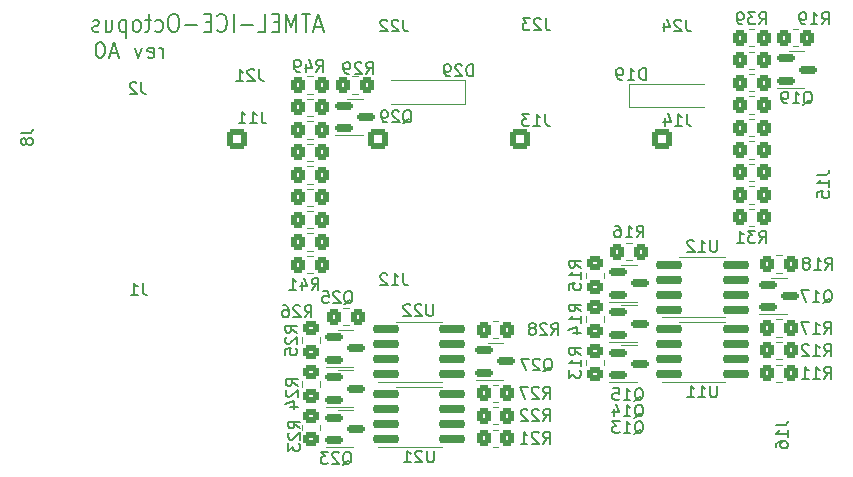
<source format=gbr>
G04 #@! TF.GenerationSoftware,KiCad,Pcbnew,(6.0.0-0)*
G04 #@! TF.CreationDate,2022-01-14T20:36:58+01:00*
G04 #@! TF.ProjectId,ATMEL-ICE-Octopus,41544d45-4c2d-4494-9345-2d4f63746f70,rev?*
G04 #@! TF.SameCoordinates,Original*
G04 #@! TF.FileFunction,Legend,Bot*
G04 #@! TF.FilePolarity,Positive*
%FSLAX46Y46*%
G04 Gerber Fmt 4.6, Leading zero omitted, Abs format (unit mm)*
G04 Created by KiCad (PCBNEW (6.0.0-0)) date 2022-01-14 20:36:58*
%MOMM*%
%LPD*%
G01*
G04 APERTURE LIST*
G04 Aperture macros list*
%AMRoundRect*
0 Rectangle with rounded corners*
0 $1 Rounding radius*
0 $2 $3 $4 $5 $6 $7 $8 $9 X,Y pos of 4 corners*
0 Add a 4 corners polygon primitive as box body*
4,1,4,$2,$3,$4,$5,$6,$7,$8,$9,$2,$3,0*
0 Add four circle primitives for the rounded corners*
1,1,$1+$1,$2,$3*
1,1,$1+$1,$4,$5*
1,1,$1+$1,$6,$7*
1,1,$1+$1,$8,$9*
0 Add four rect primitives between the rounded corners*
20,1,$1+$1,$2,$3,$4,$5,0*
20,1,$1+$1,$4,$5,$6,$7,0*
20,1,$1+$1,$6,$7,$8,$9,0*
20,1,$1+$1,$8,$9,$2,$3,0*%
G04 Aperture macros list end*
%ADD10C,0.180000*%
%ADD11C,0.200000*%
%ADD12C,0.150000*%
%ADD13C,0.120000*%
%ADD14R,1.700000X1.700000*%
%ADD15O,1.700000X1.700000*%
%ADD16R,1.000000X1.000000*%
%ADD17O,1.000000X1.000000*%
%ADD18RoundRect,0.250000X-0.600000X-0.600000X0.600000X-0.600000X0.600000X0.600000X-0.600000X0.600000X0*%
%ADD19C,1.700000*%
%ADD20RoundRect,0.250000X-0.350000X-0.450000X0.350000X-0.450000X0.350000X0.450000X-0.350000X0.450000X0*%
%ADD21RoundRect,0.150000X-0.975000X-0.150000X0.975000X-0.150000X0.975000X0.150000X-0.975000X0.150000X0*%
%ADD22RoundRect,0.150000X-0.587500X-0.150000X0.587500X-0.150000X0.587500X0.150000X-0.587500X0.150000X0*%
%ADD23RoundRect,0.250000X-0.450000X0.350000X-0.450000X-0.350000X0.450000X-0.350000X0.450000X0.350000X0*%
%ADD24R,2.300000X1.700000*%
%ADD25RoundRect,0.250000X0.350000X0.450000X-0.350000X0.450000X-0.350000X-0.450000X0.350000X-0.450000X0*%
G04 APERTURE END LIST*
D10*
X103759857Y-84588095D02*
X103759857Y-83721428D01*
X103759857Y-83969047D02*
X103697952Y-83845238D01*
X103636047Y-83783333D01*
X103512238Y-83721428D01*
X103388428Y-83721428D01*
X102459857Y-84526190D02*
X102583666Y-84588095D01*
X102831285Y-84588095D01*
X102955095Y-84526190D01*
X103017000Y-84402380D01*
X103017000Y-83907142D01*
X102955095Y-83783333D01*
X102831285Y-83721428D01*
X102583666Y-83721428D01*
X102459857Y-83783333D01*
X102397952Y-83907142D01*
X102397952Y-84030952D01*
X103017000Y-84154761D01*
X101964619Y-83721428D02*
X101655095Y-84588095D01*
X101345571Y-83721428D01*
X99921761Y-84216666D02*
X99302714Y-84216666D01*
X100045571Y-84588095D02*
X99612238Y-83288095D01*
X99178904Y-84588095D01*
X98497952Y-83288095D02*
X98374142Y-83288095D01*
X98250333Y-83350000D01*
X98188428Y-83411904D01*
X98126523Y-83535714D01*
X98064619Y-83783333D01*
X98064619Y-84092857D01*
X98126523Y-84340476D01*
X98188428Y-84464285D01*
X98250333Y-84526190D01*
X98374142Y-84588095D01*
X98497952Y-84588095D01*
X98621761Y-84526190D01*
X98683666Y-84464285D01*
X98745571Y-84340476D01*
X98807476Y-84092857D01*
X98807476Y-83783333D01*
X98745571Y-83535714D01*
X98683666Y-83411904D01*
X98621761Y-83350000D01*
X98497952Y-83288095D01*
D11*
X117222380Y-81950000D02*
X116603333Y-81950000D01*
X117346190Y-82378571D02*
X116912857Y-80878571D01*
X116479523Y-82378571D01*
X116231904Y-80878571D02*
X115489047Y-80878571D01*
X115860476Y-82378571D02*
X115860476Y-80878571D01*
X115055714Y-82378571D02*
X115055714Y-80878571D01*
X114622380Y-81950000D01*
X114189047Y-80878571D01*
X114189047Y-82378571D01*
X113570000Y-81592857D02*
X113136666Y-81592857D01*
X112950952Y-82378571D02*
X113570000Y-82378571D01*
X113570000Y-80878571D01*
X112950952Y-80878571D01*
X111774761Y-82378571D02*
X112393809Y-82378571D01*
X112393809Y-80878571D01*
X111341428Y-81807142D02*
X110350952Y-81807142D01*
X109731904Y-82378571D02*
X109731904Y-80878571D01*
X108370000Y-82235714D02*
X108431904Y-82307142D01*
X108617619Y-82378571D01*
X108741428Y-82378571D01*
X108927142Y-82307142D01*
X109050952Y-82164285D01*
X109112857Y-82021428D01*
X109174761Y-81735714D01*
X109174761Y-81521428D01*
X109112857Y-81235714D01*
X109050952Y-81092857D01*
X108927142Y-80950000D01*
X108741428Y-80878571D01*
X108617619Y-80878571D01*
X108431904Y-80950000D01*
X108370000Y-81021428D01*
X107812857Y-81592857D02*
X107379523Y-81592857D01*
X107193809Y-82378571D02*
X107812857Y-82378571D01*
X107812857Y-80878571D01*
X107193809Y-80878571D01*
X106636666Y-81807142D02*
X105646190Y-81807142D01*
X104779523Y-80878571D02*
X104531904Y-80878571D01*
X104408095Y-80950000D01*
X104284285Y-81092857D01*
X104222380Y-81378571D01*
X104222380Y-81878571D01*
X104284285Y-82164285D01*
X104408095Y-82307142D01*
X104531904Y-82378571D01*
X104779523Y-82378571D01*
X104903333Y-82307142D01*
X105027142Y-82164285D01*
X105089047Y-81878571D01*
X105089047Y-81378571D01*
X105027142Y-81092857D01*
X104903333Y-80950000D01*
X104779523Y-80878571D01*
X103108095Y-82307142D02*
X103231904Y-82378571D01*
X103479523Y-82378571D01*
X103603333Y-82307142D01*
X103665238Y-82235714D01*
X103727142Y-82092857D01*
X103727142Y-81664285D01*
X103665238Y-81521428D01*
X103603333Y-81450000D01*
X103479523Y-81378571D01*
X103231904Y-81378571D01*
X103108095Y-81450000D01*
X102736666Y-81378571D02*
X102241428Y-81378571D01*
X102550952Y-80878571D02*
X102550952Y-82164285D01*
X102489047Y-82307142D01*
X102365238Y-82378571D01*
X102241428Y-82378571D01*
X101622380Y-82378571D02*
X101746190Y-82307142D01*
X101808095Y-82235714D01*
X101870000Y-82092857D01*
X101870000Y-81664285D01*
X101808095Y-81521428D01*
X101746190Y-81450000D01*
X101622380Y-81378571D01*
X101436666Y-81378571D01*
X101312857Y-81450000D01*
X101250952Y-81521428D01*
X101189047Y-81664285D01*
X101189047Y-82092857D01*
X101250952Y-82235714D01*
X101312857Y-82307142D01*
X101436666Y-82378571D01*
X101622380Y-82378571D01*
X100631904Y-81378571D02*
X100631904Y-82878571D01*
X100631904Y-81450000D02*
X100508095Y-81378571D01*
X100260476Y-81378571D01*
X100136666Y-81450000D01*
X100074761Y-81521428D01*
X100012857Y-81664285D01*
X100012857Y-82092857D01*
X100074761Y-82235714D01*
X100136666Y-82307142D01*
X100260476Y-82378571D01*
X100508095Y-82378571D01*
X100631904Y-82307142D01*
X98898571Y-81378571D02*
X98898571Y-82378571D01*
X99455714Y-81378571D02*
X99455714Y-82164285D01*
X99393809Y-82307142D01*
X99270000Y-82378571D01*
X99084285Y-82378571D01*
X98960476Y-82307142D01*
X98898571Y-82235714D01*
X98341428Y-82307142D02*
X98217619Y-82378571D01*
X97970000Y-82378571D01*
X97846190Y-82307142D01*
X97784285Y-82164285D01*
X97784285Y-82092857D01*
X97846190Y-81950000D01*
X97970000Y-81878571D01*
X98155714Y-81878571D01*
X98279523Y-81807142D01*
X98341428Y-81664285D01*
X98341428Y-81592857D01*
X98279523Y-81450000D01*
X98155714Y-81378571D01*
X97970000Y-81378571D01*
X97846190Y-81450000D01*
D12*
G04 #@! TO.C,J1*
X102033333Y-103652380D02*
X102033333Y-104366666D01*
X102080952Y-104509523D01*
X102176190Y-104604761D01*
X102319047Y-104652380D01*
X102414285Y-104652380D01*
X101033333Y-104652380D02*
X101604761Y-104652380D01*
X101319047Y-104652380D02*
X101319047Y-103652380D01*
X101414285Y-103795238D01*
X101509523Y-103890476D01*
X101604761Y-103938095D01*
G04 #@! TO.C,J12*
X124109523Y-102852380D02*
X124109523Y-103566666D01*
X124157142Y-103709523D01*
X124252380Y-103804761D01*
X124395238Y-103852380D01*
X124490476Y-103852380D01*
X123109523Y-103852380D02*
X123680952Y-103852380D01*
X123395238Y-103852380D02*
X123395238Y-102852380D01*
X123490476Y-102995238D01*
X123585714Y-103090476D01*
X123680952Y-103138095D01*
X122728571Y-102947619D02*
X122680952Y-102900000D01*
X122585714Y-102852380D01*
X122347619Y-102852380D01*
X122252380Y-102900000D01*
X122204761Y-102947619D01*
X122157142Y-103042857D01*
X122157142Y-103138095D01*
X122204761Y-103280952D01*
X122776190Y-103852380D01*
X122157142Y-103852380D01*
G04 #@! TO.C,J8*
X91752380Y-90966666D02*
X92466666Y-90966666D01*
X92609523Y-90919047D01*
X92704761Y-90823809D01*
X92752380Y-90680952D01*
X92752380Y-90585714D01*
X92180952Y-91585714D02*
X92133333Y-91490476D01*
X92085714Y-91442857D01*
X91990476Y-91395238D01*
X91942857Y-91395238D01*
X91847619Y-91442857D01*
X91800000Y-91490476D01*
X91752380Y-91585714D01*
X91752380Y-91776190D01*
X91800000Y-91871428D01*
X91847619Y-91919047D01*
X91942857Y-91966666D01*
X91990476Y-91966666D01*
X92085714Y-91919047D01*
X92133333Y-91871428D01*
X92180952Y-91776190D01*
X92180952Y-91585714D01*
X92228571Y-91490476D01*
X92276190Y-91442857D01*
X92371428Y-91395238D01*
X92561904Y-91395238D01*
X92657142Y-91442857D01*
X92704761Y-91490476D01*
X92752380Y-91585714D01*
X92752380Y-91776190D01*
X92704761Y-91871428D01*
X92657142Y-91919047D01*
X92561904Y-91966666D01*
X92371428Y-91966666D01*
X92276190Y-91919047D01*
X92228571Y-91871428D01*
X92180952Y-91776190D01*
G04 #@! TO.C,J16*
X155652380Y-115690476D02*
X156366666Y-115690476D01*
X156509523Y-115642857D01*
X156604761Y-115547619D01*
X156652380Y-115404761D01*
X156652380Y-115309523D01*
X156652380Y-116690476D02*
X156652380Y-116119047D01*
X156652380Y-116404761D02*
X155652380Y-116404761D01*
X155795238Y-116309523D01*
X155890476Y-116214285D01*
X155938095Y-116119047D01*
X155652380Y-117547619D02*
X155652380Y-117357142D01*
X155700000Y-117261904D01*
X155747619Y-117214285D01*
X155890476Y-117119047D01*
X156080952Y-117071428D01*
X156461904Y-117071428D01*
X156557142Y-117119047D01*
X156604761Y-117166666D01*
X156652380Y-117261904D01*
X156652380Y-117452380D01*
X156604761Y-117547619D01*
X156557142Y-117595238D01*
X156461904Y-117642857D01*
X156223809Y-117642857D01*
X156128571Y-117595238D01*
X156080952Y-117547619D01*
X156033333Y-117452380D01*
X156033333Y-117261904D01*
X156080952Y-117166666D01*
X156128571Y-117119047D01*
X156223809Y-117071428D01*
G04 #@! TO.C,J21*
X111909523Y-85552380D02*
X111909523Y-86266666D01*
X111957142Y-86409523D01*
X112052380Y-86504761D01*
X112195238Y-86552380D01*
X112290476Y-86552380D01*
X111480952Y-85647619D02*
X111433333Y-85600000D01*
X111338095Y-85552380D01*
X111100000Y-85552380D01*
X111004761Y-85600000D01*
X110957142Y-85647619D01*
X110909523Y-85742857D01*
X110909523Y-85838095D01*
X110957142Y-85980952D01*
X111528571Y-86552380D01*
X110909523Y-86552380D01*
X109957142Y-86552380D02*
X110528571Y-86552380D01*
X110242857Y-86552380D02*
X110242857Y-85552380D01*
X110338095Y-85695238D01*
X110433333Y-85790476D01*
X110528571Y-85838095D01*
G04 #@! TO.C,J2*
X101933333Y-86652380D02*
X101933333Y-87366666D01*
X101980952Y-87509523D01*
X102076190Y-87604761D01*
X102219047Y-87652380D01*
X102314285Y-87652380D01*
X101504761Y-86747619D02*
X101457142Y-86700000D01*
X101361904Y-86652380D01*
X101123809Y-86652380D01*
X101028571Y-86700000D01*
X100980952Y-86747619D01*
X100933333Y-86842857D01*
X100933333Y-86938095D01*
X100980952Y-87080952D01*
X101552380Y-87652380D01*
X100933333Y-87652380D01*
G04 #@! TO.C,J14*
X148109523Y-89352380D02*
X148109523Y-90066666D01*
X148157142Y-90209523D01*
X148252380Y-90304761D01*
X148395238Y-90352380D01*
X148490476Y-90352380D01*
X147109523Y-90352380D02*
X147680952Y-90352380D01*
X147395238Y-90352380D02*
X147395238Y-89352380D01*
X147490476Y-89495238D01*
X147585714Y-89590476D01*
X147680952Y-89638095D01*
X146252380Y-89685714D02*
X146252380Y-90352380D01*
X146490476Y-89304761D02*
X146728571Y-90019047D01*
X146109523Y-90019047D01*
G04 #@! TO.C,J11*
X112109523Y-89152380D02*
X112109523Y-89866666D01*
X112157142Y-90009523D01*
X112252380Y-90104761D01*
X112395238Y-90152380D01*
X112490476Y-90152380D01*
X111109523Y-90152380D02*
X111680952Y-90152380D01*
X111395238Y-90152380D02*
X111395238Y-89152380D01*
X111490476Y-89295238D01*
X111585714Y-89390476D01*
X111680952Y-89438095D01*
X110157142Y-90152380D02*
X110728571Y-90152380D01*
X110442857Y-90152380D02*
X110442857Y-89152380D01*
X110538095Y-89295238D01*
X110633333Y-89390476D01*
X110728571Y-89438095D01*
G04 #@! TO.C,J23*
X136149523Y-81252380D02*
X136149523Y-81966666D01*
X136197142Y-82109523D01*
X136292380Y-82204761D01*
X136435238Y-82252380D01*
X136530476Y-82252380D01*
X135720952Y-81347619D02*
X135673333Y-81300000D01*
X135578095Y-81252380D01*
X135340000Y-81252380D01*
X135244761Y-81300000D01*
X135197142Y-81347619D01*
X135149523Y-81442857D01*
X135149523Y-81538095D01*
X135197142Y-81680952D01*
X135768571Y-82252380D01*
X135149523Y-82252380D01*
X134816190Y-81252380D02*
X134197142Y-81252380D01*
X134530476Y-81633333D01*
X134387619Y-81633333D01*
X134292380Y-81680952D01*
X134244761Y-81728571D01*
X134197142Y-81823809D01*
X134197142Y-82061904D01*
X134244761Y-82157142D01*
X134292380Y-82204761D01*
X134387619Y-82252380D01*
X134673333Y-82252380D01*
X134768571Y-82204761D01*
X134816190Y-82157142D01*
G04 #@! TO.C,J13*
X136109523Y-89352380D02*
X136109523Y-90066666D01*
X136157142Y-90209523D01*
X136252380Y-90304761D01*
X136395238Y-90352380D01*
X136490476Y-90352380D01*
X135109523Y-90352380D02*
X135680952Y-90352380D01*
X135395238Y-90352380D02*
X135395238Y-89352380D01*
X135490476Y-89495238D01*
X135585714Y-89590476D01*
X135680952Y-89638095D01*
X134776190Y-89352380D02*
X134157142Y-89352380D01*
X134490476Y-89733333D01*
X134347619Y-89733333D01*
X134252380Y-89780952D01*
X134204761Y-89828571D01*
X134157142Y-89923809D01*
X134157142Y-90161904D01*
X134204761Y-90257142D01*
X134252380Y-90304761D01*
X134347619Y-90352380D01*
X134633333Y-90352380D01*
X134728571Y-90304761D01*
X134776190Y-90257142D01*
G04 #@! TO.C,J15*
X159152380Y-94490476D02*
X159866666Y-94490476D01*
X160009523Y-94442857D01*
X160104761Y-94347619D01*
X160152380Y-94204761D01*
X160152380Y-94109523D01*
X160152380Y-95490476D02*
X160152380Y-94919047D01*
X160152380Y-95204761D02*
X159152380Y-95204761D01*
X159295238Y-95109523D01*
X159390476Y-95014285D01*
X159438095Y-94919047D01*
X159152380Y-96395238D02*
X159152380Y-95919047D01*
X159628571Y-95871428D01*
X159580952Y-95919047D01*
X159533333Y-96014285D01*
X159533333Y-96252380D01*
X159580952Y-96347619D01*
X159628571Y-96395238D01*
X159723809Y-96442857D01*
X159961904Y-96442857D01*
X160057142Y-96395238D01*
X160104761Y-96347619D01*
X160152380Y-96252380D01*
X160152380Y-96014285D01*
X160104761Y-95919047D01*
X160057142Y-95871428D01*
G04 #@! TO.C,J24*
X148049523Y-81352380D02*
X148049523Y-82066666D01*
X148097142Y-82209523D01*
X148192380Y-82304761D01*
X148335238Y-82352380D01*
X148430476Y-82352380D01*
X147620952Y-81447619D02*
X147573333Y-81400000D01*
X147478095Y-81352380D01*
X147240000Y-81352380D01*
X147144761Y-81400000D01*
X147097142Y-81447619D01*
X147049523Y-81542857D01*
X147049523Y-81638095D01*
X147097142Y-81780952D01*
X147668571Y-82352380D01*
X147049523Y-82352380D01*
X146192380Y-81685714D02*
X146192380Y-82352380D01*
X146430476Y-81304761D02*
X146668571Y-82019047D01*
X146049523Y-82019047D01*
G04 #@! TO.C,J22*
X124109523Y-81352380D02*
X124109523Y-82066666D01*
X124157142Y-82209523D01*
X124252380Y-82304761D01*
X124395238Y-82352380D01*
X124490476Y-82352380D01*
X123680952Y-81447619D02*
X123633333Y-81400000D01*
X123538095Y-81352380D01*
X123300000Y-81352380D01*
X123204761Y-81400000D01*
X123157142Y-81447619D01*
X123109523Y-81542857D01*
X123109523Y-81638095D01*
X123157142Y-81780952D01*
X123728571Y-82352380D01*
X123109523Y-82352380D01*
X122728571Y-81447619D02*
X122680952Y-81400000D01*
X122585714Y-81352380D01*
X122347619Y-81352380D01*
X122252380Y-81400000D01*
X122204761Y-81447619D01*
X122157142Y-81542857D01*
X122157142Y-81638095D01*
X122204761Y-81780952D01*
X122776190Y-82352380D01*
X122157142Y-82352380D01*
G04 #@! TO.C,U12*
X150663095Y-100017380D02*
X150663095Y-100826904D01*
X150615476Y-100922142D01*
X150567857Y-100969761D01*
X150472619Y-101017380D01*
X150282142Y-101017380D01*
X150186904Y-100969761D01*
X150139285Y-100922142D01*
X150091666Y-100826904D01*
X150091666Y-100017380D01*
X149091666Y-101017380D02*
X149663095Y-101017380D01*
X149377380Y-101017380D02*
X149377380Y-100017380D01*
X149472619Y-100160238D01*
X149567857Y-100255476D01*
X149663095Y-100303095D01*
X148710714Y-100112619D02*
X148663095Y-100065000D01*
X148567857Y-100017380D01*
X148329761Y-100017380D01*
X148234523Y-100065000D01*
X148186904Y-100112619D01*
X148139285Y-100207857D01*
X148139285Y-100303095D01*
X148186904Y-100445952D01*
X148758333Y-101017380D01*
X148139285Y-101017380D01*
G04 #@! TO.C,R18*
X159842857Y-102517380D02*
X160176190Y-102041190D01*
X160414285Y-102517380D02*
X160414285Y-101517380D01*
X160033333Y-101517380D01*
X159938095Y-101565000D01*
X159890476Y-101612619D01*
X159842857Y-101707857D01*
X159842857Y-101850714D01*
X159890476Y-101945952D01*
X159938095Y-101993571D01*
X160033333Y-102041190D01*
X160414285Y-102041190D01*
X158890476Y-102517380D02*
X159461904Y-102517380D01*
X159176190Y-102517380D02*
X159176190Y-101517380D01*
X159271428Y-101660238D01*
X159366666Y-101755476D01*
X159461904Y-101803095D01*
X158319047Y-101945952D02*
X158414285Y-101898333D01*
X158461904Y-101850714D01*
X158509523Y-101755476D01*
X158509523Y-101707857D01*
X158461904Y-101612619D01*
X158414285Y-101565000D01*
X158319047Y-101517380D01*
X158128571Y-101517380D01*
X158033333Y-101565000D01*
X157985714Y-101612619D01*
X157938095Y-101707857D01*
X157938095Y-101755476D01*
X157985714Y-101850714D01*
X158033333Y-101898333D01*
X158128571Y-101945952D01*
X158319047Y-101945952D01*
X158414285Y-101993571D01*
X158461904Y-102041190D01*
X158509523Y-102136428D01*
X158509523Y-102326904D01*
X158461904Y-102422142D01*
X158414285Y-102469761D01*
X158319047Y-102517380D01*
X158128571Y-102517380D01*
X158033333Y-102469761D01*
X157985714Y-102422142D01*
X157938095Y-102326904D01*
X157938095Y-102136428D01*
X157985714Y-102041190D01*
X158033333Y-101993571D01*
X158128571Y-101945952D01*
G04 #@! TO.C,R21*
X135942857Y-117252380D02*
X136276190Y-116776190D01*
X136514285Y-117252380D02*
X136514285Y-116252380D01*
X136133333Y-116252380D01*
X136038095Y-116300000D01*
X135990476Y-116347619D01*
X135942857Y-116442857D01*
X135942857Y-116585714D01*
X135990476Y-116680952D01*
X136038095Y-116728571D01*
X136133333Y-116776190D01*
X136514285Y-116776190D01*
X135561904Y-116347619D02*
X135514285Y-116300000D01*
X135419047Y-116252380D01*
X135180952Y-116252380D01*
X135085714Y-116300000D01*
X135038095Y-116347619D01*
X134990476Y-116442857D01*
X134990476Y-116538095D01*
X135038095Y-116680952D01*
X135609523Y-117252380D01*
X134990476Y-117252380D01*
X134038095Y-117252380D02*
X134609523Y-117252380D01*
X134323809Y-117252380D02*
X134323809Y-116252380D01*
X134419047Y-116395238D01*
X134514285Y-116490476D01*
X134609523Y-116538095D01*
G04 #@! TO.C,R17*
X159742857Y-107952380D02*
X160076190Y-107476190D01*
X160314285Y-107952380D02*
X160314285Y-106952380D01*
X159933333Y-106952380D01*
X159838095Y-107000000D01*
X159790476Y-107047619D01*
X159742857Y-107142857D01*
X159742857Y-107285714D01*
X159790476Y-107380952D01*
X159838095Y-107428571D01*
X159933333Y-107476190D01*
X160314285Y-107476190D01*
X158790476Y-107952380D02*
X159361904Y-107952380D01*
X159076190Y-107952380D02*
X159076190Y-106952380D01*
X159171428Y-107095238D01*
X159266666Y-107190476D01*
X159361904Y-107238095D01*
X158457142Y-106952380D02*
X157790476Y-106952380D01*
X158219047Y-107952380D01*
G04 #@! TO.C,Q13*
X143671428Y-116447619D02*
X143766666Y-116400000D01*
X143861904Y-116304761D01*
X144004761Y-116161904D01*
X144100000Y-116114285D01*
X144195238Y-116114285D01*
X144147619Y-116352380D02*
X144242857Y-116304761D01*
X144338095Y-116209523D01*
X144385714Y-116019047D01*
X144385714Y-115685714D01*
X144338095Y-115495238D01*
X144242857Y-115400000D01*
X144147619Y-115352380D01*
X143957142Y-115352380D01*
X143861904Y-115400000D01*
X143766666Y-115495238D01*
X143719047Y-115685714D01*
X143719047Y-116019047D01*
X143766666Y-116209523D01*
X143861904Y-116304761D01*
X143957142Y-116352380D01*
X144147619Y-116352380D01*
X142766666Y-116352380D02*
X143338095Y-116352380D01*
X143052380Y-116352380D02*
X143052380Y-115352380D01*
X143147619Y-115495238D01*
X143242857Y-115590476D01*
X143338095Y-115638095D01*
X142433333Y-115352380D02*
X141814285Y-115352380D01*
X142147619Y-115733333D01*
X142004761Y-115733333D01*
X141909523Y-115780952D01*
X141861904Y-115828571D01*
X141814285Y-115923809D01*
X141814285Y-116161904D01*
X141861904Y-116257142D01*
X141909523Y-116304761D01*
X142004761Y-116352380D01*
X142290476Y-116352380D01*
X142385714Y-116304761D01*
X142433333Y-116257142D01*
G04 #@! TO.C,R24*
X115152380Y-112357142D02*
X114676190Y-112023809D01*
X115152380Y-111785714D02*
X114152380Y-111785714D01*
X114152380Y-112166666D01*
X114200000Y-112261904D01*
X114247619Y-112309523D01*
X114342857Y-112357142D01*
X114485714Y-112357142D01*
X114580952Y-112309523D01*
X114628571Y-112261904D01*
X114676190Y-112166666D01*
X114676190Y-111785714D01*
X114247619Y-112738095D02*
X114200000Y-112785714D01*
X114152380Y-112880952D01*
X114152380Y-113119047D01*
X114200000Y-113214285D01*
X114247619Y-113261904D01*
X114342857Y-113309523D01*
X114438095Y-113309523D01*
X114580952Y-113261904D01*
X115152380Y-112690476D01*
X115152380Y-113309523D01*
X114485714Y-114166666D02*
X115152380Y-114166666D01*
X114104761Y-113928571D02*
X114819047Y-113690476D01*
X114819047Y-114309523D01*
G04 #@! TO.C,R39*
X154242857Y-81752380D02*
X154576190Y-81276190D01*
X154814285Y-81752380D02*
X154814285Y-80752380D01*
X154433333Y-80752380D01*
X154338095Y-80800000D01*
X154290476Y-80847619D01*
X154242857Y-80942857D01*
X154242857Y-81085714D01*
X154290476Y-81180952D01*
X154338095Y-81228571D01*
X154433333Y-81276190D01*
X154814285Y-81276190D01*
X153909523Y-80752380D02*
X153290476Y-80752380D01*
X153623809Y-81133333D01*
X153480952Y-81133333D01*
X153385714Y-81180952D01*
X153338095Y-81228571D01*
X153290476Y-81323809D01*
X153290476Y-81561904D01*
X153338095Y-81657142D01*
X153385714Y-81704761D01*
X153480952Y-81752380D01*
X153766666Y-81752380D01*
X153861904Y-81704761D01*
X153909523Y-81657142D01*
X152814285Y-81752380D02*
X152623809Y-81752380D01*
X152528571Y-81704761D01*
X152480952Y-81657142D01*
X152385714Y-81514285D01*
X152338095Y-81323809D01*
X152338095Y-80942857D01*
X152385714Y-80847619D01*
X152433333Y-80800000D01*
X152528571Y-80752380D01*
X152719047Y-80752380D01*
X152814285Y-80800000D01*
X152861904Y-80847619D01*
X152909523Y-80942857D01*
X152909523Y-81180952D01*
X152861904Y-81276190D01*
X152814285Y-81323809D01*
X152719047Y-81371428D01*
X152528571Y-81371428D01*
X152433333Y-81323809D01*
X152385714Y-81276190D01*
X152338095Y-81180952D01*
G04 #@! TO.C,Q17*
X159671428Y-105347619D02*
X159766666Y-105300000D01*
X159861904Y-105204761D01*
X160004761Y-105061904D01*
X160100000Y-105014285D01*
X160195238Y-105014285D01*
X160147619Y-105252380D02*
X160242857Y-105204761D01*
X160338095Y-105109523D01*
X160385714Y-104919047D01*
X160385714Y-104585714D01*
X160338095Y-104395238D01*
X160242857Y-104300000D01*
X160147619Y-104252380D01*
X159957142Y-104252380D01*
X159861904Y-104300000D01*
X159766666Y-104395238D01*
X159719047Y-104585714D01*
X159719047Y-104919047D01*
X159766666Y-105109523D01*
X159861904Y-105204761D01*
X159957142Y-105252380D01*
X160147619Y-105252380D01*
X158766666Y-105252380D02*
X159338095Y-105252380D01*
X159052380Y-105252380D02*
X159052380Y-104252380D01*
X159147619Y-104395238D01*
X159242857Y-104490476D01*
X159338095Y-104538095D01*
X158433333Y-104252380D02*
X157766666Y-104252380D01*
X158195238Y-105252380D01*
G04 #@! TO.C,D29*
X130014285Y-86152380D02*
X130014285Y-85152380D01*
X129776190Y-85152380D01*
X129633333Y-85200000D01*
X129538095Y-85295238D01*
X129490476Y-85390476D01*
X129442857Y-85580952D01*
X129442857Y-85723809D01*
X129490476Y-85914285D01*
X129538095Y-86009523D01*
X129633333Y-86104761D01*
X129776190Y-86152380D01*
X130014285Y-86152380D01*
X129061904Y-85247619D02*
X129014285Y-85200000D01*
X128919047Y-85152380D01*
X128680952Y-85152380D01*
X128585714Y-85200000D01*
X128538095Y-85247619D01*
X128490476Y-85342857D01*
X128490476Y-85438095D01*
X128538095Y-85580952D01*
X129109523Y-86152380D01*
X128490476Y-86152380D01*
X128014285Y-86152380D02*
X127823809Y-86152380D01*
X127728571Y-86104761D01*
X127680952Y-86057142D01*
X127585714Y-85914285D01*
X127538095Y-85723809D01*
X127538095Y-85342857D01*
X127585714Y-85247619D01*
X127633333Y-85200000D01*
X127728571Y-85152380D01*
X127919047Y-85152380D01*
X128014285Y-85200000D01*
X128061904Y-85247619D01*
X128109523Y-85342857D01*
X128109523Y-85580952D01*
X128061904Y-85676190D01*
X128014285Y-85723809D01*
X127919047Y-85771428D01*
X127728571Y-85771428D01*
X127633333Y-85723809D01*
X127585714Y-85676190D01*
X127538095Y-85580952D01*
G04 #@! TO.C,R25*
X115102380Y-107857142D02*
X114626190Y-107523809D01*
X115102380Y-107285714D02*
X114102380Y-107285714D01*
X114102380Y-107666666D01*
X114150000Y-107761904D01*
X114197619Y-107809523D01*
X114292857Y-107857142D01*
X114435714Y-107857142D01*
X114530952Y-107809523D01*
X114578571Y-107761904D01*
X114626190Y-107666666D01*
X114626190Y-107285714D01*
X114197619Y-108238095D02*
X114150000Y-108285714D01*
X114102380Y-108380952D01*
X114102380Y-108619047D01*
X114150000Y-108714285D01*
X114197619Y-108761904D01*
X114292857Y-108809523D01*
X114388095Y-108809523D01*
X114530952Y-108761904D01*
X115102380Y-108190476D01*
X115102380Y-108809523D01*
X114102380Y-109714285D02*
X114102380Y-109238095D01*
X114578571Y-109190476D01*
X114530952Y-109238095D01*
X114483333Y-109333333D01*
X114483333Y-109571428D01*
X114530952Y-109666666D01*
X114578571Y-109714285D01*
X114673809Y-109761904D01*
X114911904Y-109761904D01*
X115007142Y-109714285D01*
X115054761Y-109666666D01*
X115102380Y-109571428D01*
X115102380Y-109333333D01*
X115054761Y-109238095D01*
X115007142Y-109190476D01*
G04 #@! TO.C,R29*
X120942857Y-85952380D02*
X121276190Y-85476190D01*
X121514285Y-85952380D02*
X121514285Y-84952380D01*
X121133333Y-84952380D01*
X121038095Y-85000000D01*
X120990476Y-85047619D01*
X120942857Y-85142857D01*
X120942857Y-85285714D01*
X120990476Y-85380952D01*
X121038095Y-85428571D01*
X121133333Y-85476190D01*
X121514285Y-85476190D01*
X120561904Y-85047619D02*
X120514285Y-85000000D01*
X120419047Y-84952380D01*
X120180952Y-84952380D01*
X120085714Y-85000000D01*
X120038095Y-85047619D01*
X119990476Y-85142857D01*
X119990476Y-85238095D01*
X120038095Y-85380952D01*
X120609523Y-85952380D01*
X119990476Y-85952380D01*
X119514285Y-85952380D02*
X119323809Y-85952380D01*
X119228571Y-85904761D01*
X119180952Y-85857142D01*
X119085714Y-85714285D01*
X119038095Y-85523809D01*
X119038095Y-85142857D01*
X119085714Y-85047619D01*
X119133333Y-85000000D01*
X119228571Y-84952380D01*
X119419047Y-84952380D01*
X119514285Y-85000000D01*
X119561904Y-85047619D01*
X119609523Y-85142857D01*
X119609523Y-85380952D01*
X119561904Y-85476190D01*
X119514285Y-85523809D01*
X119419047Y-85571428D01*
X119228571Y-85571428D01*
X119133333Y-85523809D01*
X119085714Y-85476190D01*
X119038095Y-85380952D01*
G04 #@! TO.C,R11*
X159742857Y-111752380D02*
X160076190Y-111276190D01*
X160314285Y-111752380D02*
X160314285Y-110752380D01*
X159933333Y-110752380D01*
X159838095Y-110800000D01*
X159790476Y-110847619D01*
X159742857Y-110942857D01*
X159742857Y-111085714D01*
X159790476Y-111180952D01*
X159838095Y-111228571D01*
X159933333Y-111276190D01*
X160314285Y-111276190D01*
X158790476Y-111752380D02*
X159361904Y-111752380D01*
X159076190Y-111752380D02*
X159076190Y-110752380D01*
X159171428Y-110895238D01*
X159266666Y-110990476D01*
X159361904Y-111038095D01*
X157838095Y-111752380D02*
X158409523Y-111752380D01*
X158123809Y-111752380D02*
X158123809Y-110752380D01*
X158219047Y-110895238D01*
X158314285Y-110990476D01*
X158409523Y-111038095D01*
G04 #@! TO.C,Q29*
X124071428Y-90147619D02*
X124166666Y-90100000D01*
X124261904Y-90004761D01*
X124404761Y-89861904D01*
X124500000Y-89814285D01*
X124595238Y-89814285D01*
X124547619Y-90052380D02*
X124642857Y-90004761D01*
X124738095Y-89909523D01*
X124785714Y-89719047D01*
X124785714Y-89385714D01*
X124738095Y-89195238D01*
X124642857Y-89100000D01*
X124547619Y-89052380D01*
X124357142Y-89052380D01*
X124261904Y-89100000D01*
X124166666Y-89195238D01*
X124119047Y-89385714D01*
X124119047Y-89719047D01*
X124166666Y-89909523D01*
X124261904Y-90004761D01*
X124357142Y-90052380D01*
X124547619Y-90052380D01*
X123738095Y-89147619D02*
X123690476Y-89100000D01*
X123595238Y-89052380D01*
X123357142Y-89052380D01*
X123261904Y-89100000D01*
X123214285Y-89147619D01*
X123166666Y-89242857D01*
X123166666Y-89338095D01*
X123214285Y-89480952D01*
X123785714Y-90052380D01*
X123166666Y-90052380D01*
X122690476Y-90052380D02*
X122500000Y-90052380D01*
X122404761Y-90004761D01*
X122357142Y-89957142D01*
X122261904Y-89814285D01*
X122214285Y-89623809D01*
X122214285Y-89242857D01*
X122261904Y-89147619D01*
X122309523Y-89100000D01*
X122404761Y-89052380D01*
X122595238Y-89052380D01*
X122690476Y-89100000D01*
X122738095Y-89147619D01*
X122785714Y-89242857D01*
X122785714Y-89480952D01*
X122738095Y-89576190D01*
X122690476Y-89623809D01*
X122595238Y-89671428D01*
X122404761Y-89671428D01*
X122309523Y-89623809D01*
X122261904Y-89576190D01*
X122214285Y-89480952D01*
G04 #@! TO.C,R26*
X115742857Y-106552380D02*
X116076190Y-106076190D01*
X116314285Y-106552380D02*
X116314285Y-105552380D01*
X115933333Y-105552380D01*
X115838095Y-105600000D01*
X115790476Y-105647619D01*
X115742857Y-105742857D01*
X115742857Y-105885714D01*
X115790476Y-105980952D01*
X115838095Y-106028571D01*
X115933333Y-106076190D01*
X116314285Y-106076190D01*
X115361904Y-105647619D02*
X115314285Y-105600000D01*
X115219047Y-105552380D01*
X114980952Y-105552380D01*
X114885714Y-105600000D01*
X114838095Y-105647619D01*
X114790476Y-105742857D01*
X114790476Y-105838095D01*
X114838095Y-105980952D01*
X115409523Y-106552380D01*
X114790476Y-106552380D01*
X113933333Y-105552380D02*
X114123809Y-105552380D01*
X114219047Y-105600000D01*
X114266666Y-105647619D01*
X114361904Y-105790476D01*
X114409523Y-105980952D01*
X114409523Y-106361904D01*
X114361904Y-106457142D01*
X114314285Y-106504761D01*
X114219047Y-106552380D01*
X114028571Y-106552380D01*
X113933333Y-106504761D01*
X113885714Y-106457142D01*
X113838095Y-106361904D01*
X113838095Y-106123809D01*
X113885714Y-106028571D01*
X113933333Y-105980952D01*
X114028571Y-105933333D01*
X114219047Y-105933333D01*
X114314285Y-105980952D01*
X114361904Y-106028571D01*
X114409523Y-106123809D01*
G04 #@! TO.C,Q15*
X143671428Y-113647619D02*
X143766666Y-113600000D01*
X143861904Y-113504761D01*
X144004761Y-113361904D01*
X144100000Y-113314285D01*
X144195238Y-113314285D01*
X144147619Y-113552380D02*
X144242857Y-113504761D01*
X144338095Y-113409523D01*
X144385714Y-113219047D01*
X144385714Y-112885714D01*
X144338095Y-112695238D01*
X144242857Y-112600000D01*
X144147619Y-112552380D01*
X143957142Y-112552380D01*
X143861904Y-112600000D01*
X143766666Y-112695238D01*
X143719047Y-112885714D01*
X143719047Y-113219047D01*
X143766666Y-113409523D01*
X143861904Y-113504761D01*
X143957142Y-113552380D01*
X144147619Y-113552380D01*
X142766666Y-113552380D02*
X143338095Y-113552380D01*
X143052380Y-113552380D02*
X143052380Y-112552380D01*
X143147619Y-112695238D01*
X143242857Y-112790476D01*
X143338095Y-112838095D01*
X141861904Y-112552380D02*
X142338095Y-112552380D01*
X142385714Y-113028571D01*
X142338095Y-112980952D01*
X142242857Y-112933333D01*
X142004761Y-112933333D01*
X141909523Y-112980952D01*
X141861904Y-113028571D01*
X141814285Y-113123809D01*
X141814285Y-113361904D01*
X141861904Y-113457142D01*
X141909523Y-113504761D01*
X142004761Y-113552380D01*
X142242857Y-113552380D01*
X142338095Y-113504761D01*
X142385714Y-113457142D01*
G04 #@! TO.C,R13*
X139127380Y-109757142D02*
X138651190Y-109423809D01*
X139127380Y-109185714D02*
X138127380Y-109185714D01*
X138127380Y-109566666D01*
X138175000Y-109661904D01*
X138222619Y-109709523D01*
X138317857Y-109757142D01*
X138460714Y-109757142D01*
X138555952Y-109709523D01*
X138603571Y-109661904D01*
X138651190Y-109566666D01*
X138651190Y-109185714D01*
X139127380Y-110709523D02*
X139127380Y-110138095D01*
X139127380Y-110423809D02*
X138127380Y-110423809D01*
X138270238Y-110328571D01*
X138365476Y-110233333D01*
X138413095Y-110138095D01*
X138127380Y-111042857D02*
X138127380Y-111661904D01*
X138508333Y-111328571D01*
X138508333Y-111471428D01*
X138555952Y-111566666D01*
X138603571Y-111614285D01*
X138698809Y-111661904D01*
X138936904Y-111661904D01*
X139032142Y-111614285D01*
X139079761Y-111566666D01*
X139127380Y-111471428D01*
X139127380Y-111185714D01*
X139079761Y-111090476D01*
X139032142Y-111042857D01*
G04 #@! TO.C,R19*
X159542857Y-81752380D02*
X159876190Y-81276190D01*
X160114285Y-81752380D02*
X160114285Y-80752380D01*
X159733333Y-80752380D01*
X159638095Y-80800000D01*
X159590476Y-80847619D01*
X159542857Y-80942857D01*
X159542857Y-81085714D01*
X159590476Y-81180952D01*
X159638095Y-81228571D01*
X159733333Y-81276190D01*
X160114285Y-81276190D01*
X158590476Y-81752380D02*
X159161904Y-81752380D01*
X158876190Y-81752380D02*
X158876190Y-80752380D01*
X158971428Y-80895238D01*
X159066666Y-80990476D01*
X159161904Y-81038095D01*
X158114285Y-81752380D02*
X157923809Y-81752380D01*
X157828571Y-81704761D01*
X157780952Y-81657142D01*
X157685714Y-81514285D01*
X157638095Y-81323809D01*
X157638095Y-80942857D01*
X157685714Y-80847619D01*
X157733333Y-80800000D01*
X157828571Y-80752380D01*
X158019047Y-80752380D01*
X158114285Y-80800000D01*
X158161904Y-80847619D01*
X158209523Y-80942857D01*
X158209523Y-81180952D01*
X158161904Y-81276190D01*
X158114285Y-81323809D01*
X158019047Y-81371428D01*
X157828571Y-81371428D01*
X157733333Y-81323809D01*
X157685714Y-81276190D01*
X157638095Y-81180952D01*
G04 #@! TO.C,R27*
X135942857Y-113452380D02*
X136276190Y-112976190D01*
X136514285Y-113452380D02*
X136514285Y-112452380D01*
X136133333Y-112452380D01*
X136038095Y-112500000D01*
X135990476Y-112547619D01*
X135942857Y-112642857D01*
X135942857Y-112785714D01*
X135990476Y-112880952D01*
X136038095Y-112928571D01*
X136133333Y-112976190D01*
X136514285Y-112976190D01*
X135561904Y-112547619D02*
X135514285Y-112500000D01*
X135419047Y-112452380D01*
X135180952Y-112452380D01*
X135085714Y-112500000D01*
X135038095Y-112547619D01*
X134990476Y-112642857D01*
X134990476Y-112738095D01*
X135038095Y-112880952D01*
X135609523Y-113452380D01*
X134990476Y-113452380D01*
X134657142Y-112452380D02*
X133990476Y-112452380D01*
X134419047Y-113452380D01*
G04 #@! TO.C,R49*
X116742857Y-85752380D02*
X117076190Y-85276190D01*
X117314285Y-85752380D02*
X117314285Y-84752380D01*
X116933333Y-84752380D01*
X116838095Y-84800000D01*
X116790476Y-84847619D01*
X116742857Y-84942857D01*
X116742857Y-85085714D01*
X116790476Y-85180952D01*
X116838095Y-85228571D01*
X116933333Y-85276190D01*
X117314285Y-85276190D01*
X115885714Y-85085714D02*
X115885714Y-85752380D01*
X116123809Y-84704761D02*
X116361904Y-85419047D01*
X115742857Y-85419047D01*
X115314285Y-85752380D02*
X115123809Y-85752380D01*
X115028571Y-85704761D01*
X114980952Y-85657142D01*
X114885714Y-85514285D01*
X114838095Y-85323809D01*
X114838095Y-84942857D01*
X114885714Y-84847619D01*
X114933333Y-84800000D01*
X115028571Y-84752380D01*
X115219047Y-84752380D01*
X115314285Y-84800000D01*
X115361904Y-84847619D01*
X115409523Y-84942857D01*
X115409523Y-85180952D01*
X115361904Y-85276190D01*
X115314285Y-85323809D01*
X115219047Y-85371428D01*
X115028571Y-85371428D01*
X114933333Y-85323809D01*
X114885714Y-85276190D01*
X114838095Y-85180952D01*
G04 #@! TO.C,Q23*
X118971428Y-119047619D02*
X119066666Y-119000000D01*
X119161904Y-118904761D01*
X119304761Y-118761904D01*
X119400000Y-118714285D01*
X119495238Y-118714285D01*
X119447619Y-118952380D02*
X119542857Y-118904761D01*
X119638095Y-118809523D01*
X119685714Y-118619047D01*
X119685714Y-118285714D01*
X119638095Y-118095238D01*
X119542857Y-118000000D01*
X119447619Y-117952380D01*
X119257142Y-117952380D01*
X119161904Y-118000000D01*
X119066666Y-118095238D01*
X119019047Y-118285714D01*
X119019047Y-118619047D01*
X119066666Y-118809523D01*
X119161904Y-118904761D01*
X119257142Y-118952380D01*
X119447619Y-118952380D01*
X118638095Y-118047619D02*
X118590476Y-118000000D01*
X118495238Y-117952380D01*
X118257142Y-117952380D01*
X118161904Y-118000000D01*
X118114285Y-118047619D01*
X118066666Y-118142857D01*
X118066666Y-118238095D01*
X118114285Y-118380952D01*
X118685714Y-118952380D01*
X118066666Y-118952380D01*
X117733333Y-117952380D02*
X117114285Y-117952380D01*
X117447619Y-118333333D01*
X117304761Y-118333333D01*
X117209523Y-118380952D01*
X117161904Y-118428571D01*
X117114285Y-118523809D01*
X117114285Y-118761904D01*
X117161904Y-118857142D01*
X117209523Y-118904761D01*
X117304761Y-118952380D01*
X117590476Y-118952380D01*
X117685714Y-118904761D01*
X117733333Y-118857142D01*
G04 #@! TO.C,Q27*
X135971428Y-111147619D02*
X136066666Y-111100000D01*
X136161904Y-111004761D01*
X136304761Y-110861904D01*
X136400000Y-110814285D01*
X136495238Y-110814285D01*
X136447619Y-111052380D02*
X136542857Y-111004761D01*
X136638095Y-110909523D01*
X136685714Y-110719047D01*
X136685714Y-110385714D01*
X136638095Y-110195238D01*
X136542857Y-110100000D01*
X136447619Y-110052380D01*
X136257142Y-110052380D01*
X136161904Y-110100000D01*
X136066666Y-110195238D01*
X136019047Y-110385714D01*
X136019047Y-110719047D01*
X136066666Y-110909523D01*
X136161904Y-111004761D01*
X136257142Y-111052380D01*
X136447619Y-111052380D01*
X135638095Y-110147619D02*
X135590476Y-110100000D01*
X135495238Y-110052380D01*
X135257142Y-110052380D01*
X135161904Y-110100000D01*
X135114285Y-110147619D01*
X135066666Y-110242857D01*
X135066666Y-110338095D01*
X135114285Y-110480952D01*
X135685714Y-111052380D01*
X135066666Y-111052380D01*
X134733333Y-110052380D02*
X134066666Y-110052380D01*
X134495238Y-111052380D01*
G04 #@! TO.C,U11*
X150663095Y-112352380D02*
X150663095Y-113161904D01*
X150615476Y-113257142D01*
X150567857Y-113304761D01*
X150472619Y-113352380D01*
X150282142Y-113352380D01*
X150186904Y-113304761D01*
X150139285Y-113257142D01*
X150091666Y-113161904D01*
X150091666Y-112352380D01*
X149091666Y-113352380D02*
X149663095Y-113352380D01*
X149377380Y-113352380D02*
X149377380Y-112352380D01*
X149472619Y-112495238D01*
X149567857Y-112590476D01*
X149663095Y-112638095D01*
X148139285Y-113352380D02*
X148710714Y-113352380D01*
X148425000Y-113352380D02*
X148425000Y-112352380D01*
X148520238Y-112495238D01*
X148615476Y-112590476D01*
X148710714Y-112638095D01*
G04 #@! TO.C,U21*
X126678095Y-117852380D02*
X126678095Y-118661904D01*
X126630476Y-118757142D01*
X126582857Y-118804761D01*
X126487619Y-118852380D01*
X126297142Y-118852380D01*
X126201904Y-118804761D01*
X126154285Y-118757142D01*
X126106666Y-118661904D01*
X126106666Y-117852380D01*
X125678095Y-117947619D02*
X125630476Y-117900000D01*
X125535238Y-117852380D01*
X125297142Y-117852380D01*
X125201904Y-117900000D01*
X125154285Y-117947619D01*
X125106666Y-118042857D01*
X125106666Y-118138095D01*
X125154285Y-118280952D01*
X125725714Y-118852380D01*
X125106666Y-118852380D01*
X124154285Y-118852380D02*
X124725714Y-118852380D01*
X124440000Y-118852380D02*
X124440000Y-117852380D01*
X124535238Y-117995238D01*
X124630476Y-118090476D01*
X124725714Y-118138095D01*
G04 #@! TO.C,R12*
X159742857Y-109852380D02*
X160076190Y-109376190D01*
X160314285Y-109852380D02*
X160314285Y-108852380D01*
X159933333Y-108852380D01*
X159838095Y-108900000D01*
X159790476Y-108947619D01*
X159742857Y-109042857D01*
X159742857Y-109185714D01*
X159790476Y-109280952D01*
X159838095Y-109328571D01*
X159933333Y-109376190D01*
X160314285Y-109376190D01*
X158790476Y-109852380D02*
X159361904Y-109852380D01*
X159076190Y-109852380D02*
X159076190Y-108852380D01*
X159171428Y-108995238D01*
X159266666Y-109090476D01*
X159361904Y-109138095D01*
X158409523Y-108947619D02*
X158361904Y-108900000D01*
X158266666Y-108852380D01*
X158028571Y-108852380D01*
X157933333Y-108900000D01*
X157885714Y-108947619D01*
X157838095Y-109042857D01*
X157838095Y-109138095D01*
X157885714Y-109280952D01*
X158457142Y-109852380D01*
X157838095Y-109852380D01*
G04 #@! TO.C,R28*
X136642857Y-108052380D02*
X136976190Y-107576190D01*
X137214285Y-108052380D02*
X137214285Y-107052380D01*
X136833333Y-107052380D01*
X136738095Y-107100000D01*
X136690476Y-107147619D01*
X136642857Y-107242857D01*
X136642857Y-107385714D01*
X136690476Y-107480952D01*
X136738095Y-107528571D01*
X136833333Y-107576190D01*
X137214285Y-107576190D01*
X136261904Y-107147619D02*
X136214285Y-107100000D01*
X136119047Y-107052380D01*
X135880952Y-107052380D01*
X135785714Y-107100000D01*
X135738095Y-107147619D01*
X135690476Y-107242857D01*
X135690476Y-107338095D01*
X135738095Y-107480952D01*
X136309523Y-108052380D01*
X135690476Y-108052380D01*
X135119047Y-107480952D02*
X135214285Y-107433333D01*
X135261904Y-107385714D01*
X135309523Y-107290476D01*
X135309523Y-107242857D01*
X135261904Y-107147619D01*
X135214285Y-107100000D01*
X135119047Y-107052380D01*
X134928571Y-107052380D01*
X134833333Y-107100000D01*
X134785714Y-107147619D01*
X134738095Y-107242857D01*
X134738095Y-107290476D01*
X134785714Y-107385714D01*
X134833333Y-107433333D01*
X134928571Y-107480952D01*
X135119047Y-107480952D01*
X135214285Y-107528571D01*
X135261904Y-107576190D01*
X135309523Y-107671428D01*
X135309523Y-107861904D01*
X135261904Y-107957142D01*
X135214285Y-108004761D01*
X135119047Y-108052380D01*
X134928571Y-108052380D01*
X134833333Y-108004761D01*
X134785714Y-107957142D01*
X134738095Y-107861904D01*
X134738095Y-107671428D01*
X134785714Y-107576190D01*
X134833333Y-107528571D01*
X134928571Y-107480952D01*
G04 #@! TO.C,R23*
X115352380Y-115957142D02*
X114876190Y-115623809D01*
X115352380Y-115385714D02*
X114352380Y-115385714D01*
X114352380Y-115766666D01*
X114400000Y-115861904D01*
X114447619Y-115909523D01*
X114542857Y-115957142D01*
X114685714Y-115957142D01*
X114780952Y-115909523D01*
X114828571Y-115861904D01*
X114876190Y-115766666D01*
X114876190Y-115385714D01*
X114447619Y-116338095D02*
X114400000Y-116385714D01*
X114352380Y-116480952D01*
X114352380Y-116719047D01*
X114400000Y-116814285D01*
X114447619Y-116861904D01*
X114542857Y-116909523D01*
X114638095Y-116909523D01*
X114780952Y-116861904D01*
X115352380Y-116290476D01*
X115352380Y-116909523D01*
X114352380Y-117242857D02*
X114352380Y-117861904D01*
X114733333Y-117528571D01*
X114733333Y-117671428D01*
X114780952Y-117766666D01*
X114828571Y-117814285D01*
X114923809Y-117861904D01*
X115161904Y-117861904D01*
X115257142Y-117814285D01*
X115304761Y-117766666D01*
X115352380Y-117671428D01*
X115352380Y-117385714D01*
X115304761Y-117290476D01*
X115257142Y-117242857D01*
G04 #@! TO.C,R14*
X139127380Y-106057142D02*
X138651190Y-105723809D01*
X139127380Y-105485714D02*
X138127380Y-105485714D01*
X138127380Y-105866666D01*
X138175000Y-105961904D01*
X138222619Y-106009523D01*
X138317857Y-106057142D01*
X138460714Y-106057142D01*
X138555952Y-106009523D01*
X138603571Y-105961904D01*
X138651190Y-105866666D01*
X138651190Y-105485714D01*
X139127380Y-107009523D02*
X139127380Y-106438095D01*
X139127380Y-106723809D02*
X138127380Y-106723809D01*
X138270238Y-106628571D01*
X138365476Y-106533333D01*
X138413095Y-106438095D01*
X138460714Y-107866666D02*
X139127380Y-107866666D01*
X138079761Y-107628571D02*
X138794047Y-107390476D01*
X138794047Y-108009523D01*
G04 #@! TO.C,Q25*
X119071428Y-105447619D02*
X119166666Y-105400000D01*
X119261904Y-105304761D01*
X119404761Y-105161904D01*
X119500000Y-105114285D01*
X119595238Y-105114285D01*
X119547619Y-105352380D02*
X119642857Y-105304761D01*
X119738095Y-105209523D01*
X119785714Y-105019047D01*
X119785714Y-104685714D01*
X119738095Y-104495238D01*
X119642857Y-104400000D01*
X119547619Y-104352380D01*
X119357142Y-104352380D01*
X119261904Y-104400000D01*
X119166666Y-104495238D01*
X119119047Y-104685714D01*
X119119047Y-105019047D01*
X119166666Y-105209523D01*
X119261904Y-105304761D01*
X119357142Y-105352380D01*
X119547619Y-105352380D01*
X118738095Y-104447619D02*
X118690476Y-104400000D01*
X118595238Y-104352380D01*
X118357142Y-104352380D01*
X118261904Y-104400000D01*
X118214285Y-104447619D01*
X118166666Y-104542857D01*
X118166666Y-104638095D01*
X118214285Y-104780952D01*
X118785714Y-105352380D01*
X118166666Y-105352380D01*
X117261904Y-104352380D02*
X117738095Y-104352380D01*
X117785714Y-104828571D01*
X117738095Y-104780952D01*
X117642857Y-104733333D01*
X117404761Y-104733333D01*
X117309523Y-104780952D01*
X117261904Y-104828571D01*
X117214285Y-104923809D01*
X117214285Y-105161904D01*
X117261904Y-105257142D01*
X117309523Y-105304761D01*
X117404761Y-105352380D01*
X117642857Y-105352380D01*
X117738095Y-105304761D01*
X117785714Y-105257142D01*
G04 #@! TO.C,R22*
X135942857Y-115352380D02*
X136276190Y-114876190D01*
X136514285Y-115352380D02*
X136514285Y-114352380D01*
X136133333Y-114352380D01*
X136038095Y-114400000D01*
X135990476Y-114447619D01*
X135942857Y-114542857D01*
X135942857Y-114685714D01*
X135990476Y-114780952D01*
X136038095Y-114828571D01*
X136133333Y-114876190D01*
X136514285Y-114876190D01*
X135561904Y-114447619D02*
X135514285Y-114400000D01*
X135419047Y-114352380D01*
X135180952Y-114352380D01*
X135085714Y-114400000D01*
X135038095Y-114447619D01*
X134990476Y-114542857D01*
X134990476Y-114638095D01*
X135038095Y-114780952D01*
X135609523Y-115352380D01*
X134990476Y-115352380D01*
X134609523Y-114447619D02*
X134561904Y-114400000D01*
X134466666Y-114352380D01*
X134228571Y-114352380D01*
X134133333Y-114400000D01*
X134085714Y-114447619D01*
X134038095Y-114542857D01*
X134038095Y-114638095D01*
X134085714Y-114780952D01*
X134657142Y-115352380D01*
X134038095Y-115352380D01*
G04 #@! TO.C,Q19*
X157971428Y-88547619D02*
X158066666Y-88500000D01*
X158161904Y-88404761D01*
X158304761Y-88261904D01*
X158400000Y-88214285D01*
X158495238Y-88214285D01*
X158447619Y-88452380D02*
X158542857Y-88404761D01*
X158638095Y-88309523D01*
X158685714Y-88119047D01*
X158685714Y-87785714D01*
X158638095Y-87595238D01*
X158542857Y-87500000D01*
X158447619Y-87452380D01*
X158257142Y-87452380D01*
X158161904Y-87500000D01*
X158066666Y-87595238D01*
X158019047Y-87785714D01*
X158019047Y-88119047D01*
X158066666Y-88309523D01*
X158161904Y-88404761D01*
X158257142Y-88452380D01*
X158447619Y-88452380D01*
X157066666Y-88452380D02*
X157638095Y-88452380D01*
X157352380Y-88452380D02*
X157352380Y-87452380D01*
X157447619Y-87595238D01*
X157542857Y-87690476D01*
X157638095Y-87738095D01*
X156590476Y-88452380D02*
X156400000Y-88452380D01*
X156304761Y-88404761D01*
X156257142Y-88357142D01*
X156161904Y-88214285D01*
X156114285Y-88023809D01*
X156114285Y-87642857D01*
X156161904Y-87547619D01*
X156209523Y-87500000D01*
X156304761Y-87452380D01*
X156495238Y-87452380D01*
X156590476Y-87500000D01*
X156638095Y-87547619D01*
X156685714Y-87642857D01*
X156685714Y-87880952D01*
X156638095Y-87976190D01*
X156590476Y-88023809D01*
X156495238Y-88071428D01*
X156304761Y-88071428D01*
X156209523Y-88023809D01*
X156161904Y-87976190D01*
X156114285Y-87880952D01*
G04 #@! TO.C,R16*
X143867857Y-99802380D02*
X144201190Y-99326190D01*
X144439285Y-99802380D02*
X144439285Y-98802380D01*
X144058333Y-98802380D01*
X143963095Y-98850000D01*
X143915476Y-98897619D01*
X143867857Y-98992857D01*
X143867857Y-99135714D01*
X143915476Y-99230952D01*
X143963095Y-99278571D01*
X144058333Y-99326190D01*
X144439285Y-99326190D01*
X142915476Y-99802380D02*
X143486904Y-99802380D01*
X143201190Y-99802380D02*
X143201190Y-98802380D01*
X143296428Y-98945238D01*
X143391666Y-99040476D01*
X143486904Y-99088095D01*
X142058333Y-98802380D02*
X142248809Y-98802380D01*
X142344047Y-98850000D01*
X142391666Y-98897619D01*
X142486904Y-99040476D01*
X142534523Y-99230952D01*
X142534523Y-99611904D01*
X142486904Y-99707142D01*
X142439285Y-99754761D01*
X142344047Y-99802380D01*
X142153571Y-99802380D01*
X142058333Y-99754761D01*
X142010714Y-99707142D01*
X141963095Y-99611904D01*
X141963095Y-99373809D01*
X142010714Y-99278571D01*
X142058333Y-99230952D01*
X142153571Y-99183333D01*
X142344047Y-99183333D01*
X142439285Y-99230952D01*
X142486904Y-99278571D01*
X142534523Y-99373809D01*
G04 #@! TO.C,R31*
X154242857Y-100252380D02*
X154576190Y-99776190D01*
X154814285Y-100252380D02*
X154814285Y-99252380D01*
X154433333Y-99252380D01*
X154338095Y-99300000D01*
X154290476Y-99347619D01*
X154242857Y-99442857D01*
X154242857Y-99585714D01*
X154290476Y-99680952D01*
X154338095Y-99728571D01*
X154433333Y-99776190D01*
X154814285Y-99776190D01*
X153909523Y-99252380D02*
X153290476Y-99252380D01*
X153623809Y-99633333D01*
X153480952Y-99633333D01*
X153385714Y-99680952D01*
X153338095Y-99728571D01*
X153290476Y-99823809D01*
X153290476Y-100061904D01*
X153338095Y-100157142D01*
X153385714Y-100204761D01*
X153480952Y-100252380D01*
X153766666Y-100252380D01*
X153861904Y-100204761D01*
X153909523Y-100157142D01*
X152338095Y-100252380D02*
X152909523Y-100252380D01*
X152623809Y-100252380D02*
X152623809Y-99252380D01*
X152719047Y-99395238D01*
X152814285Y-99490476D01*
X152909523Y-99538095D01*
G04 #@! TO.C,R41*
X116342857Y-104252380D02*
X116676190Y-103776190D01*
X116914285Y-104252380D02*
X116914285Y-103252380D01*
X116533333Y-103252380D01*
X116438095Y-103300000D01*
X116390476Y-103347619D01*
X116342857Y-103442857D01*
X116342857Y-103585714D01*
X116390476Y-103680952D01*
X116438095Y-103728571D01*
X116533333Y-103776190D01*
X116914285Y-103776190D01*
X115485714Y-103585714D02*
X115485714Y-104252380D01*
X115723809Y-103204761D02*
X115961904Y-103919047D01*
X115342857Y-103919047D01*
X114438095Y-104252380D02*
X115009523Y-104252380D01*
X114723809Y-104252380D02*
X114723809Y-103252380D01*
X114819047Y-103395238D01*
X114914285Y-103490476D01*
X115009523Y-103538095D01*
G04 #@! TO.C,D19*
X144614285Y-86452380D02*
X144614285Y-85452380D01*
X144376190Y-85452380D01*
X144233333Y-85500000D01*
X144138095Y-85595238D01*
X144090476Y-85690476D01*
X144042857Y-85880952D01*
X144042857Y-86023809D01*
X144090476Y-86214285D01*
X144138095Y-86309523D01*
X144233333Y-86404761D01*
X144376190Y-86452380D01*
X144614285Y-86452380D01*
X143090476Y-86452380D02*
X143661904Y-86452380D01*
X143376190Y-86452380D02*
X143376190Y-85452380D01*
X143471428Y-85595238D01*
X143566666Y-85690476D01*
X143661904Y-85738095D01*
X142614285Y-86452380D02*
X142423809Y-86452380D01*
X142328571Y-86404761D01*
X142280952Y-86357142D01*
X142185714Y-86214285D01*
X142138095Y-86023809D01*
X142138095Y-85642857D01*
X142185714Y-85547619D01*
X142233333Y-85500000D01*
X142328571Y-85452380D01*
X142519047Y-85452380D01*
X142614285Y-85500000D01*
X142661904Y-85547619D01*
X142709523Y-85642857D01*
X142709523Y-85880952D01*
X142661904Y-85976190D01*
X142614285Y-86023809D01*
X142519047Y-86071428D01*
X142328571Y-86071428D01*
X142233333Y-86023809D01*
X142185714Y-85976190D01*
X142138095Y-85880952D01*
G04 #@! TO.C,Q14*
X143671428Y-115047619D02*
X143766666Y-115000000D01*
X143861904Y-114904761D01*
X144004761Y-114761904D01*
X144100000Y-114714285D01*
X144195238Y-114714285D01*
X144147619Y-114952380D02*
X144242857Y-114904761D01*
X144338095Y-114809523D01*
X144385714Y-114619047D01*
X144385714Y-114285714D01*
X144338095Y-114095238D01*
X144242857Y-114000000D01*
X144147619Y-113952380D01*
X143957142Y-113952380D01*
X143861904Y-114000000D01*
X143766666Y-114095238D01*
X143719047Y-114285714D01*
X143719047Y-114619047D01*
X143766666Y-114809523D01*
X143861904Y-114904761D01*
X143957142Y-114952380D01*
X144147619Y-114952380D01*
X142766666Y-114952380D02*
X143338095Y-114952380D01*
X143052380Y-114952380D02*
X143052380Y-113952380D01*
X143147619Y-114095238D01*
X143242857Y-114190476D01*
X143338095Y-114238095D01*
X141909523Y-114285714D02*
X141909523Y-114952380D01*
X142147619Y-113904761D02*
X142385714Y-114619047D01*
X141766666Y-114619047D01*
G04 #@! TO.C,R15*
X139127380Y-102357142D02*
X138651190Y-102023809D01*
X139127380Y-101785714D02*
X138127380Y-101785714D01*
X138127380Y-102166666D01*
X138175000Y-102261904D01*
X138222619Y-102309523D01*
X138317857Y-102357142D01*
X138460714Y-102357142D01*
X138555952Y-102309523D01*
X138603571Y-102261904D01*
X138651190Y-102166666D01*
X138651190Y-101785714D01*
X139127380Y-103309523D02*
X139127380Y-102738095D01*
X139127380Y-103023809D02*
X138127380Y-103023809D01*
X138270238Y-102928571D01*
X138365476Y-102833333D01*
X138413095Y-102738095D01*
X138127380Y-104214285D02*
X138127380Y-103738095D01*
X138603571Y-103690476D01*
X138555952Y-103738095D01*
X138508333Y-103833333D01*
X138508333Y-104071428D01*
X138555952Y-104166666D01*
X138603571Y-104214285D01*
X138698809Y-104261904D01*
X138936904Y-104261904D01*
X139032142Y-104214285D01*
X139079761Y-104166666D01*
X139127380Y-104071428D01*
X139127380Y-103833333D01*
X139079761Y-103738095D01*
X139032142Y-103690476D01*
G04 #@! TO.C,U22*
X126638095Y-105452380D02*
X126638095Y-106261904D01*
X126590476Y-106357142D01*
X126542857Y-106404761D01*
X126447619Y-106452380D01*
X126257142Y-106452380D01*
X126161904Y-106404761D01*
X126114285Y-106357142D01*
X126066666Y-106261904D01*
X126066666Y-105452380D01*
X125638095Y-105547619D02*
X125590476Y-105500000D01*
X125495238Y-105452380D01*
X125257142Y-105452380D01*
X125161904Y-105500000D01*
X125114285Y-105547619D01*
X125066666Y-105642857D01*
X125066666Y-105738095D01*
X125114285Y-105880952D01*
X125685714Y-106452380D01*
X125066666Y-106452380D01*
X124685714Y-105547619D02*
X124638095Y-105500000D01*
X124542857Y-105452380D01*
X124304761Y-105452380D01*
X124209523Y-105500000D01*
X124161904Y-105547619D01*
X124114285Y-105642857D01*
X124114285Y-105738095D01*
X124161904Y-105880952D01*
X124733333Y-106452380D01*
X124114285Y-106452380D01*
D13*
G04 #@! TO.C,R48*
X115972936Y-89535000D02*
X116427064Y-89535000D01*
X115972936Y-88065000D02*
X116427064Y-88065000D01*
G04 #@! TO.C,U12*
X149425000Y-106560000D02*
X145975000Y-106560000D01*
X149425000Y-106560000D02*
X151375000Y-106560000D01*
X149425000Y-101440000D02*
X147475000Y-101440000D01*
X149425000Y-101440000D02*
X151375000Y-101440000D01*
G04 #@! TO.C,R18*
X155672936Y-101330000D02*
X156127064Y-101330000D01*
X155672936Y-102800000D02*
X156127064Y-102800000D01*
G04 #@! TO.C,R21*
X131672936Y-117535000D02*
X132127064Y-117535000D01*
X131672936Y-116065000D02*
X132127064Y-116065000D01*
G04 #@! TO.C,R17*
X155672936Y-108200000D02*
X156127064Y-108200000D01*
X155672936Y-106730000D02*
X156127064Y-106730000D01*
G04 #@! TO.C,Q13*
X143225000Y-108940000D02*
X142575000Y-108940000D01*
X143225000Y-112060000D02*
X143875000Y-112060000D01*
X143225000Y-108940000D02*
X143875000Y-108940000D01*
X143225000Y-112060000D02*
X141550000Y-112060000D01*
G04 #@! TO.C,R24*
X115565000Y-111972936D02*
X115565000Y-112427064D01*
X117035000Y-111972936D02*
X117035000Y-112427064D01*
G04 #@! TO.C,R37*
X153372936Y-85965000D02*
X153827064Y-85965000D01*
X153372936Y-87435000D02*
X153827064Y-87435000D01*
G04 #@! TO.C,R39*
X153372936Y-83635000D02*
X153827064Y-83635000D01*
X153372936Y-82165000D02*
X153827064Y-82165000D01*
G04 #@! TO.C,R35*
X153372936Y-91235000D02*
X153827064Y-91235000D01*
X153372936Y-89765000D02*
X153827064Y-89765000D01*
G04 #@! TO.C,Q17*
X155900000Y-103205000D02*
X155250000Y-103205000D01*
X155900000Y-103205000D02*
X156550000Y-103205000D01*
X155900000Y-106325000D02*
X156550000Y-106325000D01*
X155900000Y-106325000D02*
X154225000Y-106325000D01*
G04 #@! TO.C,D29*
X129350000Y-88500000D02*
X123050000Y-88500000D01*
X129350000Y-86500000D02*
X129350000Y-88500000D01*
X123050000Y-86500000D02*
X129350000Y-86500000D01*
G04 #@! TO.C,R25*
X115565000Y-108272936D02*
X115565000Y-108727064D01*
X117035000Y-108272936D02*
X117035000Y-108727064D01*
G04 #@! TO.C,R29*
X120227064Y-86165000D02*
X119772936Y-86165000D01*
X120227064Y-87635000D02*
X119772936Y-87635000D01*
G04 #@! TO.C,R11*
X155672936Y-112035000D02*
X156127064Y-112035000D01*
X155672936Y-110565000D02*
X156127064Y-110565000D01*
G04 #@! TO.C,R38*
X153372936Y-85535000D02*
X153827064Y-85535000D01*
X153372936Y-84065000D02*
X153827064Y-84065000D01*
G04 #@! TO.C,Q29*
X120000000Y-91160000D02*
X118325000Y-91160000D01*
X120000000Y-88040000D02*
X119350000Y-88040000D01*
X120000000Y-88040000D02*
X120650000Y-88040000D01*
X120000000Y-91160000D02*
X120650000Y-91160000D01*
G04 #@! TO.C,R26*
X119467064Y-105765000D02*
X119012936Y-105765000D01*
X119467064Y-107235000D02*
X119012936Y-107235000D01*
G04 #@! TO.C,Q15*
X143225000Y-105260000D02*
X143875000Y-105260000D01*
X143225000Y-102140000D02*
X143875000Y-102140000D01*
X143225000Y-105260000D02*
X141550000Y-105260000D01*
X143225000Y-102140000D02*
X142575000Y-102140000D01*
G04 #@! TO.C,R47*
X115972936Y-91435000D02*
X116427064Y-91435000D01*
X115972936Y-89965000D02*
X116427064Y-89965000D01*
G04 #@! TO.C,R13*
X141060000Y-110172936D02*
X141060000Y-110627064D01*
X139590000Y-110172936D02*
X139590000Y-110627064D01*
G04 #@! TO.C,R19*
X157527064Y-82165000D02*
X157072936Y-82165000D01*
X157527064Y-83635000D02*
X157072936Y-83635000D01*
G04 #@! TO.C,R27*
X131672936Y-112265000D02*
X132127064Y-112265000D01*
X131672936Y-113735000D02*
X132127064Y-113735000D01*
G04 #@! TO.C,R49*
X115972936Y-86165000D02*
X116427064Y-86165000D01*
X115972936Y-87635000D02*
X116427064Y-87635000D01*
G04 #@! TO.C,Q23*
X119200000Y-114440000D02*
X119850000Y-114440000D01*
X119200000Y-117560000D02*
X117525000Y-117560000D01*
X119200000Y-117560000D02*
X119850000Y-117560000D01*
X119200000Y-114440000D02*
X118550000Y-114440000D01*
G04 #@! TO.C,Q27*
X131900000Y-108740000D02*
X131250000Y-108740000D01*
X131900000Y-111860000D02*
X132550000Y-111860000D01*
X131900000Y-108740000D02*
X132550000Y-108740000D01*
X131900000Y-111860000D02*
X130225000Y-111860000D01*
G04 #@! TO.C,R46*
X115972936Y-91865000D02*
X116427064Y-91865000D01*
X115972936Y-93335000D02*
X116427064Y-93335000D01*
G04 #@! TO.C,U11*
X149425000Y-106940000D02*
X151375000Y-106940000D01*
X149425000Y-112060000D02*
X151375000Y-112060000D01*
X149425000Y-106940000D02*
X147475000Y-106940000D01*
X149425000Y-112060000D02*
X145975000Y-112060000D01*
G04 #@! TO.C,R34*
X153372936Y-91665000D02*
X153827064Y-91665000D01*
X153372936Y-93135000D02*
X153827064Y-93135000D01*
G04 #@! TO.C,R42*
X115972936Y-99465000D02*
X116427064Y-99465000D01*
X115972936Y-100935000D02*
X116427064Y-100935000D01*
G04 #@! TO.C,R43*
X115972936Y-97565000D02*
X116427064Y-97565000D01*
X115972936Y-99035000D02*
X116427064Y-99035000D01*
G04 #@! TO.C,U21*
X125440000Y-117560000D02*
X127390000Y-117560000D01*
X125440000Y-112440000D02*
X127390000Y-112440000D01*
X125440000Y-117560000D02*
X121990000Y-117560000D01*
X125440000Y-112440000D02*
X123490000Y-112440000D01*
G04 #@! TO.C,R12*
X155672936Y-110100000D02*
X156127064Y-110100000D01*
X155672936Y-108630000D02*
X156127064Y-108630000D01*
G04 #@! TO.C,R44*
X115972936Y-95665000D02*
X116427064Y-95665000D01*
X115972936Y-97135000D02*
X116427064Y-97135000D01*
G04 #@! TO.C,R28*
X131672936Y-106865000D02*
X132127064Y-106865000D01*
X131672936Y-108335000D02*
X132127064Y-108335000D01*
G04 #@! TO.C,R23*
X115565000Y-115672936D02*
X115565000Y-116127064D01*
X117035000Y-115672936D02*
X117035000Y-116127064D01*
G04 #@! TO.C,R14*
X141060000Y-106472936D02*
X141060000Y-106927064D01*
X139590000Y-106472936D02*
X139590000Y-106927064D01*
G04 #@! TO.C,Q25*
X119200000Y-110760000D02*
X117525000Y-110760000D01*
X119200000Y-110760000D02*
X119850000Y-110760000D01*
X119200000Y-107640000D02*
X118550000Y-107640000D01*
X119200000Y-107640000D02*
X119850000Y-107640000D01*
G04 #@! TO.C,R33*
X153372936Y-95035000D02*
X153827064Y-95035000D01*
X153372936Y-93565000D02*
X153827064Y-93565000D01*
G04 #@! TO.C,R22*
X131672936Y-114165000D02*
X132127064Y-114165000D01*
X131672936Y-115635000D02*
X132127064Y-115635000D01*
G04 #@! TO.C,Q19*
X157400000Y-84040000D02*
X156750000Y-84040000D01*
X157400000Y-87160000D02*
X158050000Y-87160000D01*
X157400000Y-84040000D02*
X158050000Y-84040000D01*
X157400000Y-87160000D02*
X155725000Y-87160000D01*
G04 #@! TO.C,R16*
X143452064Y-100265000D02*
X142997936Y-100265000D01*
X143452064Y-101735000D02*
X142997936Y-101735000D01*
G04 #@! TO.C,R31*
X153372936Y-98835000D02*
X153827064Y-98835000D01*
X153372936Y-97365000D02*
X153827064Y-97365000D01*
G04 #@! TO.C,R32*
X153372936Y-96935000D02*
X153827064Y-96935000D01*
X153372936Y-95465000D02*
X153827064Y-95465000D01*
G04 #@! TO.C,R41*
X115972936Y-102835000D02*
X116427064Y-102835000D01*
X115972936Y-101365000D02*
X116427064Y-101365000D01*
G04 #@! TO.C,D19*
X143250000Y-88800000D02*
X143250000Y-86800000D01*
X143250000Y-86800000D02*
X149550000Y-86800000D01*
X149550000Y-88800000D02*
X143250000Y-88800000D01*
G04 #@! TO.C,Q14*
X143225000Y-108660000D02*
X143875000Y-108660000D01*
X143225000Y-105540000D02*
X143875000Y-105540000D01*
X143225000Y-108660000D02*
X141550000Y-108660000D01*
X143225000Y-105540000D02*
X142575000Y-105540000D01*
G04 #@! TO.C,R15*
X141060000Y-102772936D02*
X141060000Y-103227064D01*
X139590000Y-102772936D02*
X139590000Y-103227064D01*
G04 #@! TO.C,R36*
X153372936Y-87865000D02*
X153827064Y-87865000D01*
X153372936Y-89335000D02*
X153827064Y-89335000D01*
G04 #@! TO.C,U22*
X125440000Y-112060000D02*
X127390000Y-112060000D01*
X125440000Y-106940000D02*
X123490000Y-106940000D01*
X125440000Y-106940000D02*
X127390000Y-106940000D01*
X125440000Y-112060000D02*
X121990000Y-112060000D01*
G04 #@! TO.C,R45*
X115972936Y-95235000D02*
X116427064Y-95235000D01*
X115972936Y-93765000D02*
X116427064Y-93765000D01*
G04 #@! TO.C,Q24*
X119200000Y-114160000D02*
X117525000Y-114160000D01*
X119200000Y-111040000D02*
X118550000Y-111040000D01*
X119200000Y-111040000D02*
X119850000Y-111040000D01*
X119200000Y-114160000D02*
X119850000Y-114160000D01*
G04 #@! TD*
%LPC*%
D14*
G04 #@! TO.C,JP1*
X92300000Y-105600000D03*
D15*
X94840000Y-105600000D03*
G04 #@! TD*
D16*
G04 #@! TO.C,J1*
X101000000Y-111040000D03*
D17*
X102270000Y-111040000D03*
X101000000Y-109770000D03*
X102270000Y-109770000D03*
X101000000Y-108500000D03*
X102270000Y-108500000D03*
X101000000Y-107230000D03*
X102270000Y-107230000D03*
X101000000Y-105960000D03*
X102270000Y-105960000D03*
G04 #@! TD*
D18*
G04 #@! TO.C,J12*
X122000000Y-91500000D03*
D19*
X124540000Y-91500000D03*
X122000000Y-94040000D03*
X124540000Y-94040000D03*
X122000000Y-96580000D03*
X124540000Y-96580000D03*
X124540000Y-99120000D03*
X122000000Y-101660000D03*
X124540000Y-101660000D03*
G04 #@! TD*
D14*
G04 #@! TO.C,J8*
X94300000Y-90100000D03*
D15*
X94300000Y-92640000D03*
G04 #@! TD*
D14*
G04 #@! TO.C,J3*
X94325000Y-101270000D03*
D15*
X91785000Y-101270000D03*
X94325000Y-98730000D03*
X91785000Y-98730000D03*
G04 #@! TD*
D14*
G04 #@! TO.C,J16*
X158000000Y-117800000D03*
D15*
X158000000Y-115260000D03*
G04 #@! TD*
D14*
G04 #@! TO.C,J21*
X113810000Y-84000000D03*
D15*
X111270000Y-84000000D03*
X108730000Y-84000000D03*
G04 #@! TD*
D16*
G04 #@! TO.C,J2*
X101000000Y-94040000D03*
D17*
X102270000Y-94040000D03*
X101000000Y-92770000D03*
X102270000Y-92770000D03*
X101000000Y-91500000D03*
X102270000Y-91500000D03*
X101000000Y-90230000D03*
X102270000Y-90230000D03*
X101000000Y-88960000D03*
X102270000Y-88960000D03*
G04 #@! TD*
D14*
G04 #@! TO.C,J5*
X94325000Y-84760000D03*
D15*
X91785000Y-84760000D03*
X94325000Y-82220000D03*
X91785000Y-82220000D03*
G04 #@! TD*
D14*
G04 #@! TO.C,J4*
X94325000Y-117780000D03*
D15*
X91785000Y-117780000D03*
X94325000Y-115240000D03*
X91785000Y-115240000D03*
G04 #@! TD*
D18*
G04 #@! TO.C,J14*
X146000000Y-91500000D03*
D19*
X148540000Y-91500000D03*
X146000000Y-94040000D03*
X148540000Y-94040000D03*
X146000000Y-96580000D03*
X148540000Y-96580000D03*
G04 #@! TD*
D18*
G04 #@! TO.C,J11*
X110000000Y-91500000D03*
D19*
X112540000Y-91500000D03*
X110000000Y-94040000D03*
X112540000Y-94040000D03*
X110000000Y-96580000D03*
X112540000Y-96580000D03*
X110000000Y-99120000D03*
X112540000Y-99120000D03*
X110000000Y-101660000D03*
X112540000Y-101660000D03*
X110000000Y-104200000D03*
X112540000Y-104200000D03*
X110000000Y-106740000D03*
X112540000Y-106740000D03*
X110000000Y-109280000D03*
X112540000Y-109280000D03*
X110000000Y-111820000D03*
X112540000Y-111820000D03*
X110000000Y-114360000D03*
X112540000Y-114360000D03*
G04 #@! TD*
D14*
G04 #@! TO.C,J23*
X137810000Y-84000000D03*
D15*
X135270000Y-84000000D03*
X132730000Y-84000000D03*
G04 #@! TD*
D14*
G04 #@! TO.C,JP2*
X92300000Y-109400000D03*
D15*
X94840000Y-109400000D03*
G04 #@! TD*
D18*
G04 #@! TO.C,J13*
X134000000Y-91500000D03*
D19*
X136540000Y-91500000D03*
X134000000Y-94040000D03*
X136540000Y-94040000D03*
X134000000Y-96580000D03*
X136540000Y-96580000D03*
X136540000Y-99120000D03*
X134000000Y-101660000D03*
X136540000Y-101660000D03*
G04 #@! TD*
D14*
G04 #@! TO.C,J15*
X158000000Y-91500000D03*
D15*
X158000000Y-94040000D03*
X158000000Y-96580000D03*
X158000000Y-99120000D03*
G04 #@! TD*
D14*
G04 #@! TO.C,J24*
X149810000Y-84000000D03*
D15*
X147270000Y-84000000D03*
X144730000Y-84000000D03*
G04 #@! TD*
D14*
G04 #@! TO.C,J9*
X138000000Y-117800000D03*
D15*
X138000000Y-115260000D03*
X138000000Y-112720000D03*
G04 #@! TD*
D14*
G04 #@! TO.C,J22*
X125810000Y-84000000D03*
D15*
X123270000Y-84000000D03*
X120730000Y-84000000D03*
G04 #@! TD*
D20*
G04 #@! TO.C,R48*
X115200000Y-88800000D03*
X117200000Y-88800000D03*
G04 #@! TD*
D21*
G04 #@! TO.C,U12*
X146600000Y-105905000D03*
X146600000Y-104635000D03*
X146600000Y-103365000D03*
X146600000Y-102095000D03*
X152250000Y-102095000D03*
X152250000Y-103365000D03*
X152250000Y-104635000D03*
X152250000Y-105905000D03*
G04 #@! TD*
D20*
G04 #@! TO.C,R18*
X154900000Y-102065000D03*
X156900000Y-102065000D03*
G04 #@! TD*
G04 #@! TO.C,R21*
X130900000Y-116800000D03*
X132900000Y-116800000D03*
G04 #@! TD*
G04 #@! TO.C,R17*
X154900000Y-107465000D03*
X156900000Y-107465000D03*
G04 #@! TD*
D22*
G04 #@! TO.C,Q13*
X142287500Y-111450000D03*
X142287500Y-109550000D03*
X144162500Y-110500000D03*
G04 #@! TD*
D23*
G04 #@! TO.C,R24*
X116300000Y-111200000D03*
X116300000Y-113200000D03*
G04 #@! TD*
D20*
G04 #@! TO.C,R37*
X152600000Y-86700000D03*
X154600000Y-86700000D03*
G04 #@! TD*
G04 #@! TO.C,R39*
X152600000Y-82900000D03*
X154600000Y-82900000D03*
G04 #@! TD*
G04 #@! TO.C,R35*
X152600000Y-90500000D03*
X154600000Y-90500000D03*
G04 #@! TD*
D22*
G04 #@! TO.C,Q17*
X154962500Y-105715000D03*
X154962500Y-103815000D03*
X156837500Y-104765000D03*
G04 #@! TD*
D24*
G04 #@! TO.C,D29*
X128050000Y-87500000D03*
X123550000Y-87500000D03*
G04 #@! TD*
D23*
G04 #@! TO.C,R25*
X116300000Y-107500000D03*
X116300000Y-109500000D03*
G04 #@! TD*
D25*
G04 #@! TO.C,R29*
X121000000Y-86900000D03*
X119000000Y-86900000D03*
G04 #@! TD*
D20*
G04 #@! TO.C,R11*
X154900000Y-111300000D03*
X156900000Y-111300000D03*
G04 #@! TD*
G04 #@! TO.C,R38*
X152600000Y-84800000D03*
X154600000Y-84800000D03*
G04 #@! TD*
D22*
G04 #@! TO.C,Q29*
X119062500Y-90550000D03*
X119062500Y-88650000D03*
X120937500Y-89600000D03*
G04 #@! TD*
D25*
G04 #@! TO.C,R26*
X120240000Y-106500000D03*
X118240000Y-106500000D03*
G04 #@! TD*
D22*
G04 #@! TO.C,Q15*
X142287500Y-104650000D03*
X142287500Y-102750000D03*
X144162500Y-103700000D03*
G04 #@! TD*
D20*
G04 #@! TO.C,R47*
X115200000Y-90700000D03*
X117200000Y-90700000D03*
G04 #@! TD*
D23*
G04 #@! TO.C,R13*
X140325000Y-109400000D03*
X140325000Y-111400000D03*
G04 #@! TD*
D25*
G04 #@! TO.C,R19*
X158300000Y-82900000D03*
X156300000Y-82900000D03*
G04 #@! TD*
D20*
G04 #@! TO.C,R27*
X130900000Y-113000000D03*
X132900000Y-113000000D03*
G04 #@! TD*
G04 #@! TO.C,R49*
X115200000Y-86900000D03*
X117200000Y-86900000D03*
G04 #@! TD*
D22*
G04 #@! TO.C,Q23*
X118262500Y-116950000D03*
X118262500Y-115050000D03*
X120137500Y-116000000D03*
G04 #@! TD*
G04 #@! TO.C,Q27*
X130962500Y-111250000D03*
X130962500Y-109350000D03*
X132837500Y-110300000D03*
G04 #@! TD*
D20*
G04 #@! TO.C,R46*
X115200000Y-92600000D03*
X117200000Y-92600000D03*
G04 #@! TD*
D21*
G04 #@! TO.C,U11*
X146600000Y-111405000D03*
X146600000Y-110135000D03*
X146600000Y-108865000D03*
X146600000Y-107595000D03*
X152250000Y-107595000D03*
X152250000Y-108865000D03*
X152250000Y-110135000D03*
X152250000Y-111405000D03*
G04 #@! TD*
D20*
G04 #@! TO.C,R34*
X152600000Y-92400000D03*
X154600000Y-92400000D03*
G04 #@! TD*
G04 #@! TO.C,R42*
X115200000Y-100200000D03*
X117200000Y-100200000D03*
G04 #@! TD*
G04 #@! TO.C,R43*
X115200000Y-98300000D03*
X117200000Y-98300000D03*
G04 #@! TD*
D21*
G04 #@! TO.C,U21*
X122615000Y-116905000D03*
X122615000Y-115635000D03*
X122615000Y-114365000D03*
X122615000Y-113095000D03*
X128265000Y-113095000D03*
X128265000Y-114365000D03*
X128265000Y-115635000D03*
X128265000Y-116905000D03*
G04 #@! TD*
D20*
G04 #@! TO.C,R12*
X154900000Y-109365000D03*
X156900000Y-109365000D03*
G04 #@! TD*
G04 #@! TO.C,R44*
X115200000Y-96400000D03*
X117200000Y-96400000D03*
G04 #@! TD*
G04 #@! TO.C,R28*
X130900000Y-107600000D03*
X132900000Y-107600000D03*
G04 #@! TD*
D23*
G04 #@! TO.C,R23*
X116300000Y-114900000D03*
X116300000Y-116900000D03*
G04 #@! TD*
G04 #@! TO.C,R14*
X140325000Y-105700000D03*
X140325000Y-107700000D03*
G04 #@! TD*
D22*
G04 #@! TO.C,Q25*
X118262500Y-110150000D03*
X118262500Y-108250000D03*
X120137500Y-109200000D03*
G04 #@! TD*
D20*
G04 #@! TO.C,R33*
X152600000Y-94300000D03*
X154600000Y-94300000D03*
G04 #@! TD*
G04 #@! TO.C,R22*
X130900000Y-114900000D03*
X132900000Y-114900000D03*
G04 #@! TD*
D22*
G04 #@! TO.C,Q19*
X156462500Y-86550000D03*
X156462500Y-84650000D03*
X158337500Y-85600000D03*
G04 #@! TD*
D25*
G04 #@! TO.C,R16*
X144225000Y-101000000D03*
X142225000Y-101000000D03*
G04 #@! TD*
D20*
G04 #@! TO.C,R31*
X152600000Y-98100000D03*
X154600000Y-98100000D03*
G04 #@! TD*
G04 #@! TO.C,R32*
X152600000Y-96200000D03*
X154600000Y-96200000D03*
G04 #@! TD*
G04 #@! TO.C,R41*
X115200000Y-102100000D03*
X117200000Y-102100000D03*
G04 #@! TD*
D24*
G04 #@! TO.C,D19*
X144550000Y-87800000D03*
X149050000Y-87800000D03*
G04 #@! TD*
D22*
G04 #@! TO.C,Q14*
X142287500Y-108050000D03*
X142287500Y-106150000D03*
X144162500Y-107100000D03*
G04 #@! TD*
D23*
G04 #@! TO.C,R15*
X140325000Y-102000000D03*
X140325000Y-104000000D03*
G04 #@! TD*
D20*
G04 #@! TO.C,R36*
X152600000Y-88600000D03*
X154600000Y-88600000D03*
G04 #@! TD*
D21*
G04 #@! TO.C,U22*
X122615000Y-111405000D03*
X122615000Y-110135000D03*
X122615000Y-108865000D03*
X122615000Y-107595000D03*
X128265000Y-107595000D03*
X128265000Y-108865000D03*
X128265000Y-110135000D03*
X128265000Y-111405000D03*
G04 #@! TD*
D20*
G04 #@! TO.C,R45*
X115200000Y-94500000D03*
X117200000Y-94500000D03*
G04 #@! TD*
D22*
G04 #@! TO.C,Q24*
X118262500Y-113550000D03*
X118262500Y-111650000D03*
X120137500Y-112600000D03*
G04 #@! TD*
M02*

</source>
